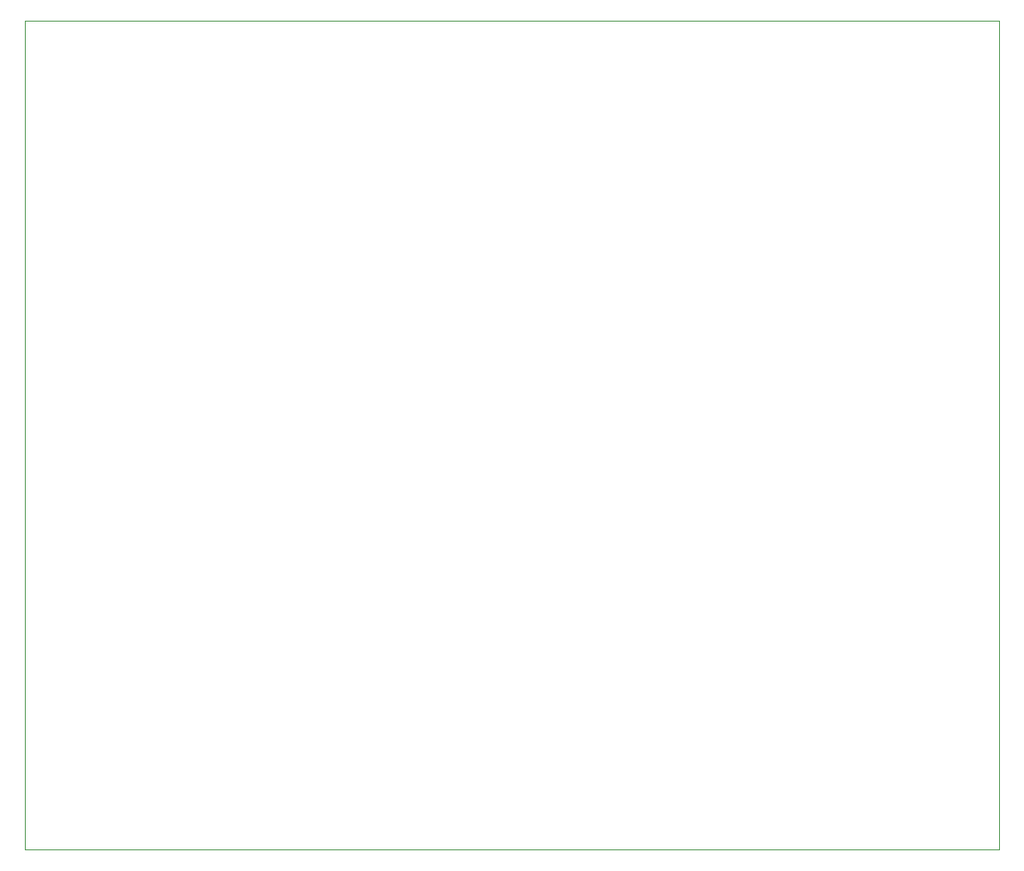
<source format=gm1>
%TF.GenerationSoftware,KiCad,Pcbnew,(6.0.10)*%
%TF.CreationDate,2023-02-06T14:01:34-03:00*%
%TF.ProjectId,UserInterface_HW,55736572-496e-4746-9572-666163655f48,rev?*%
%TF.SameCoordinates,Original*%
%TF.FileFunction,Profile,NP*%
%FSLAX46Y46*%
G04 Gerber Fmt 4.6, Leading zero omitted, Abs format (unit mm)*
G04 Created by KiCad (PCBNEW (6.0.10)) date 2023-02-06 14:01:34*
%MOMM*%
%LPD*%
G01*
G04 APERTURE LIST*
%TA.AperFunction,Profile*%
%ADD10C,0.100000*%
%TD*%
G04 APERTURE END LIST*
D10*
X85928200Y-40259000D02*
X185369200Y-40259000D01*
X185369200Y-40259000D02*
X185369200Y-124841000D01*
X185369200Y-124841000D02*
X85928200Y-124841000D01*
X85928200Y-124841000D02*
X85928200Y-40259000D01*
M02*

</source>
